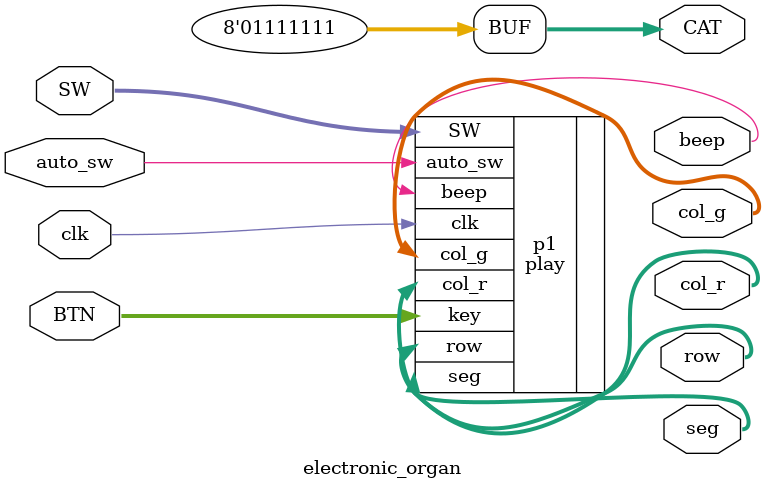
<source format=v>
/*
*	Name: electronic_organ.v
*	Author:LIN Guocheng
*	Date:2020-12-08
*	Function:
*	1.用 8×8 点阵显示“1 2 3 4 5 6 7”七个音符构成的电子琴键盘。其中点阵的第一列
*	  用一个 LED 点亮表示音符“1”，第二列用二个 LED 点亮表示音符“2”，依此类推，
*	  如图 1 所示。当音符为低音 1~7 时，点阵显示为绿色；当音符为中音 1~7 时，点阵
*	  显示为红色；当音符为高音 1~7 时，点阵显示为黄色；
*	2.用 BTN7～BTN1 七个按键模拟电子琴手动演奏时的“1 2 3 4 5 6 7”七个音符。当
*	  某个按键按下时，数码管 DISP7 显示相应的音符，点阵上与之对应的音符显示列全
*	  灭，同时蜂鸣器演奏相应的声音；当按键放开时数码管显示的音符灭掉，点阵显示
*	  恢复，蜂鸣器停止声音的输出。图 2 为演奏中音 3（BTN5 按下）时点阵的显示情
*	  况。
*	3.由拨码开关SW7,SW6,SW5切换选择高、中、低音，点阵颜色进行相应变化
*	4.可通过一个拨码开关进行手动/自动演奏的切换，自动演奏时，点阵根据乐曲进行颜
*	  色和亮灭的变化。
*/

//电子琴顶层模块
module electronic_organ(clk, auto_sw, SW, BTN,
								beep, row, col_r, col_g, seg, CAT);					
	input [2:0]SW;
	input [6:0]BTN;
	input clk, auto_sw;
	output beep; //蜂鸣器初始化
	output [7:0]row, col_r, col_g, seg;
	output reg [7:0]CAT = 7'b0111_1111; //仅7号数码管亮				
	
	//输出音调
	play p1(.clk(clk), 
			  .auto_sw(auto_sw),
			  .key(BTN), 
			  .SW(SW),
			  .beep(beep),
			  .row(row),
		     .col_r(col_r), 
			  .col_g(col_g),
			  .seg(seg));
			  

endmodule

</source>
